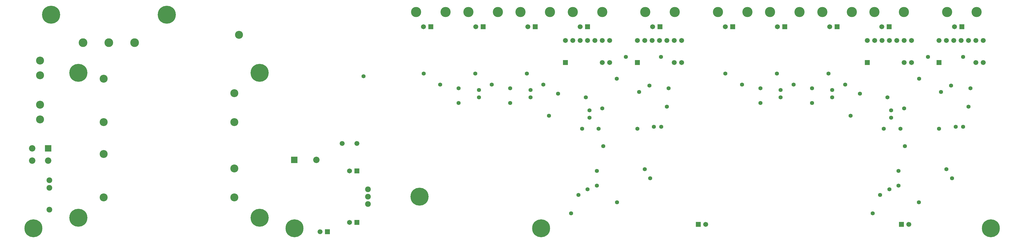
<source format=gbs>
%FSLAX23Y23*%
%MOIN*%
G70*
G01*
G75*
%ADD10C,0.024*%
%ADD11R,0.035X0.037*%
%ADD12R,0.024X0.047*%
%ADD13R,0.060X0.052*%
%ADD14R,0.052X0.060*%
%ADD15R,0.118X0.059*%
%ADD16R,0.028X0.036*%
%ADD17R,0.036X0.028*%
%ADD18R,0.059X0.051*%
%ADD19R,0.024X0.087*%
%ADD20R,0.024X0.087*%
%ADD21R,0.063X0.071*%
%ADD22R,0.051X0.059*%
%ADD23R,0.083X0.024*%
%ADD24R,0.024X0.083*%
%ADD25R,0.071X0.063*%
%ADD26C,0.047*%
%ADD27C,0.012*%
%ADD28C,0.010*%
%ADD29C,0.059*%
%ADD30R,0.059X0.059*%
%ADD31C,0.100*%
%ADD32C,0.236*%
%ADD33C,0.237*%
%ADD34C,0.110*%
%ADD35R,0.079X0.079*%
%ADD36C,0.079*%
%ADD37C,0.059*%
%ADD38R,0.059X0.059*%
%ADD39C,0.070*%
%ADD40C,0.079*%
%ADD41C,0.130*%
%ADD42C,0.047*%
%ADD43R,0.043X0.045*%
%ADD44R,0.032X0.055*%
%ADD45R,0.068X0.060*%
%ADD46R,0.060X0.068*%
%ADD47R,0.126X0.067*%
%ADD48R,0.036X0.044*%
%ADD49R,0.044X0.036*%
%ADD50R,0.067X0.059*%
%ADD51R,0.032X0.095*%
%ADD52R,0.032X0.095*%
%ADD53R,0.071X0.079*%
%ADD54R,0.059X0.067*%
%ADD55R,0.091X0.032*%
%ADD56R,0.032X0.091*%
%ADD57R,0.079X0.071*%
%ADD58C,0.067*%
%ADD59R,0.067X0.067*%
%ADD60C,0.108*%
%ADD61C,0.244*%
%ADD62C,0.245*%
%ADD63C,0.118*%
%ADD64R,0.087X0.087*%
%ADD65C,0.087*%
%ADD66C,0.067*%
%ADD67R,0.067X0.067*%
%ADD68C,0.078*%
%ADD69C,0.087*%
%ADD70C,0.138*%
%ADD71C,0.055*%
D58*
X-7769Y-975D02*
D03*
X-3675D02*
D03*
X-6794D02*
D03*
X-2700D02*
D03*
X-6466Y-3175D02*
D03*
X-3710D02*
D03*
X-11700Y-3275D02*
D03*
X-6202Y-490D02*
D03*
X-5494D02*
D03*
X-4785D02*
D03*
X-3092D02*
D03*
X-4076D02*
D03*
X-3300Y-675D02*
D03*
X-3200D02*
D03*
X-3100D02*
D03*
X-3000D02*
D03*
X-2900D02*
D03*
X-2800D02*
D03*
X-2700D02*
D03*
X-4275D02*
D03*
X-4175D02*
D03*
X-4075D02*
D03*
X-3975D02*
D03*
X-3875D02*
D03*
X-3775D02*
D03*
X-3675D02*
D03*
X-10297Y-490D02*
D03*
X-9588D02*
D03*
X-8880D02*
D03*
X-7187D02*
D03*
X-8171D02*
D03*
X-7394Y-675D02*
D03*
X-7294D02*
D03*
X-7194D02*
D03*
X-7094D02*
D03*
X-6994D02*
D03*
X-6894D02*
D03*
X-6794D02*
D03*
X-8369D02*
D03*
X-8269D02*
D03*
X-8169D02*
D03*
X-8069D02*
D03*
X-7969D02*
D03*
X-7869D02*
D03*
X-7769D02*
D03*
D59*
X-6566Y-3175D02*
D03*
X-3810D02*
D03*
X-11600Y-3275D02*
D03*
X-3300Y-975D02*
D03*
X-4275D02*
D03*
X-7394D02*
D03*
X-8369D02*
D03*
D60*
X-12800Y-600D02*
D03*
X-15500Y-950D02*
D03*
Y-1750D02*
D03*
Y-1150D02*
D03*
Y-1550D02*
D03*
X-14636Y-1194D02*
D03*
Y-1785D02*
D03*
Y-2218D02*
D03*
Y-2809D02*
D03*
X-12864D02*
D03*
Y-2415D02*
D03*
Y-1785D02*
D03*
Y-1391D02*
D03*
D61*
X-15591Y-3228D02*
D03*
X-8701D02*
D03*
X-12047D02*
D03*
X-2598D02*
D03*
D62*
X-15352Y-325D02*
D03*
X-13782D02*
D03*
X-10350Y-2800D02*
D03*
X-14980Y-1116D02*
D03*
Y-3084D02*
D03*
X-12520D02*
D03*
Y-1116D02*
D03*
D63*
X-14217Y-705D02*
D03*
X-14567D02*
D03*
X-14917D02*
D03*
D64*
X-12050Y-2300D02*
D03*
X-15392Y-2142D02*
D03*
D65*
X-11750Y-2300D02*
D03*
X-15392Y-2308D02*
D03*
D66*
X-11300Y-2450D02*
D03*
Y-3150D02*
D03*
X-11200Y-2075D02*
D03*
X-11400D02*
D03*
X-2800Y-975D02*
D03*
X-3775D02*
D03*
X-6894D02*
D03*
X-7869D02*
D03*
D67*
X-11200Y-2450D02*
D03*
Y-3150D02*
D03*
X-6102Y-490D02*
D03*
X-5394D02*
D03*
X-4685D02*
D03*
X-2992D02*
D03*
X-3976D02*
D03*
X-10197D02*
D03*
X-9488D02*
D03*
X-8780D02*
D03*
X-7087D02*
D03*
X-8071D02*
D03*
D68*
X-15375Y-2575D02*
D03*
Y-2975D02*
D03*
Y-2680D02*
D03*
X-11050Y-2900D02*
D03*
Y-2800D02*
D03*
Y-2700D02*
D03*
D69*
X-15608Y-2308D02*
D03*
Y-2142D02*
D03*
D70*
X-6302Y-290D02*
D03*
X-5902D02*
D03*
X-5594D02*
D03*
X-5194D02*
D03*
X-4885D02*
D03*
X-4485D02*
D03*
X-3192D02*
D03*
X-2792D02*
D03*
X-4176D02*
D03*
X-3776D02*
D03*
X-10397D02*
D03*
X-9997D02*
D03*
X-9688D02*
D03*
X-9288D02*
D03*
X-8980D02*
D03*
X-8580D02*
D03*
X-7287D02*
D03*
X-6887D02*
D03*
X-8271D02*
D03*
X-7871D02*
D03*
D71*
X-7675Y-1196D02*
D03*
X-11111Y-1161D02*
D03*
X-7075Y-900D02*
D03*
X-7550Y-900D02*
D03*
X-3571Y-1196D02*
D03*
X-2975Y-900D02*
D03*
X-3450D02*
D03*
X-3763Y-2113D02*
D03*
X-3275Y-1375D02*
D03*
X-7857Y-2113D02*
D03*
X-7369Y-1375D02*
D03*
X-4200Y-3025D02*
D03*
X-7944Y-2450D02*
D03*
X-10294Y-1125D02*
D03*
X-9594D02*
D03*
X-8894D02*
D03*
X-8094Y-1450D02*
D03*
X-6994Y-1575D02*
D03*
X-8044Y-1625D02*
D03*
Y-1725D02*
D03*
X-7944Y-2650D02*
D03*
X-8069Y-2700D02*
D03*
X-8844Y-1350D02*
D03*
X-9544D02*
D03*
X-8844Y-1450D02*
D03*
X-9544D02*
D03*
X-7069Y-1850D02*
D03*
X-7169D02*
D03*
X-10069Y-1275D02*
D03*
X-9369D02*
D03*
X-8669D02*
D03*
X-7869Y-1600D02*
D03*
X-8294Y-3025D02*
D03*
X-9119Y-1325D02*
D03*
X-8469Y-1400D02*
D03*
X-7919Y-1875D02*
D03*
X-8144D02*
D03*
X-8594Y-1700D02*
D03*
X-9819Y-1325D02*
D03*
X-9119Y-1525D02*
D03*
X-9819D02*
D03*
X-7669Y-2875D02*
D03*
X-7219Y-2550D02*
D03*
X-7294Y-2425D02*
D03*
X-8194Y-2775D02*
D03*
X-7394Y-1875D02*
D03*
X-6969Y-1325D02*
D03*
X-7232Y-1288D02*
D03*
X-3825Y-1875D02*
D03*
X-4050D02*
D03*
X-4375Y-1400D02*
D03*
X-4500Y-1700D02*
D03*
X-5025Y-1525D02*
D03*
X-5725D02*
D03*
X-4750Y-1450D02*
D03*
Y-1350D02*
D03*
X-5450Y-1450D02*
D03*
Y-1350D02*
D03*
X-5725Y-1325D02*
D03*
X-5025D02*
D03*
X-3950Y-1725D02*
D03*
Y-1625D02*
D03*
X-2975Y-1850D02*
D03*
X-3075D02*
D03*
X-3975Y-2700D02*
D03*
X-3850Y-2650D02*
D03*
X-4100Y-2775D02*
D03*
X-3850Y-2450D02*
D03*
X-3125Y-2550D02*
D03*
X-3200Y-2425D02*
D03*
X-3575Y-2875D02*
D03*
X-3137Y-1288D02*
D03*
X-2900Y-1575D02*
D03*
X-3300Y-1875D02*
D03*
X-2875Y-1325D02*
D03*
X-4000Y-1450D02*
D03*
X-4575Y-1275D02*
D03*
X-3775Y-1600D02*
D03*
X-4800Y-1125D02*
D03*
X-5275Y-1275D02*
D03*
X-5500Y-1125D02*
D03*
X-5975Y-1275D02*
D03*
X-6200Y-1125D02*
D03*
M02*

</source>
